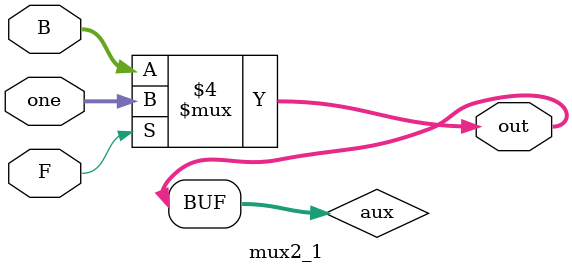
<source format=v>
`timescale 1ns / 1ps


module mux2_1(B, one, F, out);

//    input [31:0]A, B, SEL;
//    output [31:0]out;
//    wire [31:0]out1_aux, out2_aux;
//    wire [31:0]SEL_n = ~SEL;
//    wire [31:0]aux;
    
//    nand NAND_A(out1_aux, A, SEL_n);
//    nand NAND_B(out2_aux, A, SEL);
//    nand NAND_C(aux, out1_aux, out2_aux);

//    assign out = aux;
    
    input [31:0] B, one;
    input F;
    output [31:0] out;
    reg [31:0]aux;
    
    always @* begin
        if (F == 1'b1)
            aux = one;
        else
            aux = B;
    end
    
    assign out = aux;
    
endmodule

</source>
